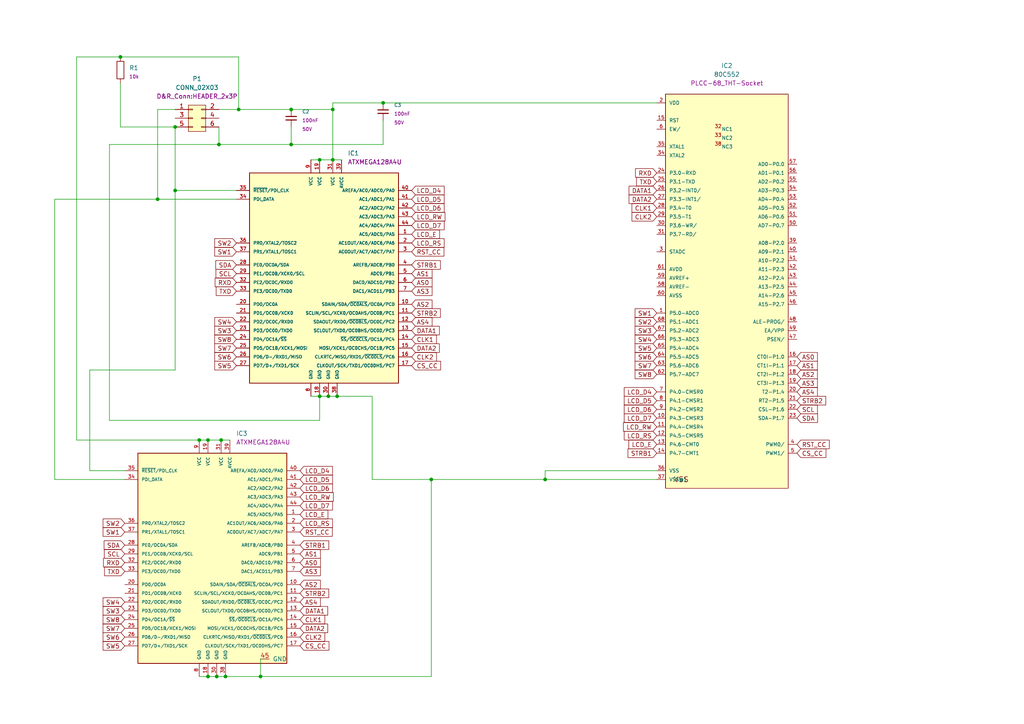
<source format=kicad_sch>
(kicad_sch (version 20211123) (generator eeschema)
  (paper "A4")
  (lib_symbols
    (symbol "ATXMEGA128A4U#TQFP44_1" (pin_names (offset 1.016))
      (property "Reference" "IC3" (at 6.8898 36.195 0))
      (property "Short Description" "ATXMEGA128A4U" (at 6.8898 33.655 0))
      (symbol "ATXMEGA128A4U#TQFP44_1_0_1"
        (rectangle (start -21.59 30.48) (end 21.59 -30.48) (stroke (width 0.254)) (fill (type background)))
      )
      (symbol "ATXMEGA128A4U#TQFP44_1_1_1"
        (pin bidirectional line (at 25.4 12.7 180) (length 3.81) (name "AC5/ADC5/PA5") (number "1"))
        (pin bidirectional line (at 25.4 -7.62 180) (length 3.81) (name "SDAIN/SDA/~{OC0ALS}/OC0A/PC0") (number "10"))
        (pin bidirectional line (at 25.4 -10.16 180) (length 3.81) (name "SCLIN/SCL/XCK0/OC0AHS/OC0B/PC1") (number "11"))
        (pin bidirectional line (at 25.4 -12.7 180) (length 3.81) (name "SDAOUT/RXD0/~{OC0BLS}/OC0C/PC2") (number "12"))
        (pin bidirectional line (at 25.4 -15.24 180) (length 3.81) (name "SCLOUT/TXD0/OC0BHS/OC0D/PC3") (number "13"))
        (pin bidirectional line (at 25.4 -17.78 180) (length 3.81) (name "~{SS}/~{OC0CLS}/OC1A/PC4") (number "14"))
        (pin bidirectional line (at 25.4 -20.32 180) (length 3.81) (name "MOSI/XCK1/OC0CHS/OC1B/PC5") (number "15"))
        (pin bidirectional line (at 25.4 -22.86 180) (length 3.81) (name "CLKRTC/MISO/RXD1/~{OC0DLS}/PC6") (number "16"))
        (pin bidirectional line (at 25.4 -25.4 180) (length 3.81) (name "CLKOUT/SCK/TXD1/OC0DHS/PC7") (number "17"))
        (pin power_in line (at -1.27 -34.29 90) (length 3.81) (name "GND") (number "18"))
        (pin power_in line (at -1.27 34.29 270) (length 3.81) (name "VCC") (number "19"))
        (pin bidirectional line (at 25.4 10.16 180) (length 3.81) (name "AC1OUT/AC6/ADC6/PA6") (number "2"))
        (pin bidirectional line (at -25.4 -7.62 0) (length 3.81) (name "PD0/OC0A") (number "20"))
        (pin bidirectional line (at -25.4 -10.16 0) (length 3.81) (name "PD1/OC0B/XCK0") (number "21"))
        (pin bidirectional line (at -25.4 -12.7 0) (length 3.81) (name "PD2/OC0C/RXD0") (number "22"))
        (pin bidirectional line (at -25.4 -15.24 0) (length 3.81) (name "PD3/OC0D/TXD0") (number "23"))
        (pin bidirectional line (at -25.4 -17.78 0) (length 3.81) (name "PD4/OC1A/~{SS}") (number "24"))
        (pin bidirectional line (at -25.4 -20.32 0) (length 3.81) (name "PD5/OC1B/XCK1/MOSI") (number "25"))
        (pin bidirectional line (at -25.4 -22.86 0) (length 3.81) (name "PD6/D-/RXD1/MISO") (number "26"))
        (pin bidirectional line (at -25.4 -25.4 0) (length 3.81) (name "PD7/D+/TXD1/SCK") (number "27"))
        (pin bidirectional line (at -25.4 3.81 0) (length 3.81) (name "PE0/OC0A/SDA") (number "28"))
        (pin bidirectional line (at -25.4 1.27 0) (length 3.81) (name "PE1/OC0B/XCK0/SCL") (number "29"))
        (pin bidirectional line (at 25.4 7.62 180) (length 3.81) (name "AC0OUT/AC7/ADC7/PA7") (number "3"))
        (pin power_in line (at 1.27 -34.29 90) (length 3.81) (name "GND") (number "30"))
        (pin power_in line (at 2.54 34.29 270) (length 3.81) (name "VCC") (number "31"))
        (pin bidirectional line (at -25.4 -1.27 0) (length 3.81) (name "PE2/OC0C/RXD0") (number "32"))
        (pin bidirectional line (at -25.4 -3.81 0) (length 3.81) (name "PE3/OC0D/TXD0") (number "33"))
        (pin input line (at -25.4 22.86 0) (length 3.81) (name "PDI_DATA") (number "34"))
        (pin input line (at -25.4 25.4 0) (length 3.81) (name "~{RESET}/PDI_CLK") (number "35"))
        (pin bidirectional line (at -25.4 10.16 0) (length 3.81) (name "PR0/XTAL2/TOSC2") (number "36"))
        (pin bidirectional line (at -25.4 7.62 0) (length 3.81) (name "PR1/XTAL1/TOSC1") (number "37"))
        (pin power_in line (at 3.81 -34.29 90) (length 3.81) (name "GND") (number "38"))
        (pin power_in line (at 5.08 34.29 270) (length 3.81) (name "AVCC") (number "39"))
        (pin bidirectional line (at 25.4 3.81 180) (length 3.81) (name "AREFB/ADC8/PB0") (number "4"))
        (pin bidirectional line (at 25.4 25.4 180) (length 3.81) (name "AREFA/AC0/ADC0/PA0") (number "40"))
        (pin bidirectional line (at 25.4 22.86 180) (length 3.81) (name "AC1/ADC1/PA1") (number "41"))
        (pin bidirectional line (at 25.4 20.32 180) (length 3.81) (name "AC2/ADC2/PA2") (number "42"))
        (pin bidirectional line (at 25.4 17.78 180) (length 3.81) (name "AC3/ADC3/PA3") (number "43"))
        (pin bidirectional line (at 25.4 15.24 180) (length 3.81) (name "AC4/ADC4/PA4") (number "44"))
        (pin input line (at 13.97 -29.21 0) (length 2.54) (name "GND") (number "45"))
        (pin bidirectional line (at 25.4 1.27 180) (length 3.81) (name "ADC9/PB1") (number "5"))
        (pin bidirectional line (at 25.4 -1.27 180) (length 3.81) (name "DAC0/ADC10/PB2") (number "6"))
        (pin bidirectional line (at 25.4 -3.81 180) (length 3.81) (name "DAC1/ACD11/PB3") (number "7"))
        (pin power_in line (at -3.81 -34.29 90) (length 3.81) (name "GND") (number "8"))
        (pin power_in line (at -3.81 34.29 270) (length 3.81) (name "VCC") (number "9"))
      )
    )
    (symbol "D&R_Conn:CONN_02X03" (pin_names (offset 0.0254) hide)
      (property "Reference" "P" (at 0 5.08 0))
      (property "Value" "CONN_02X03" (at 0 -5.08 0))
      (property "Footprint" "D&R_Conn:HEADER_2x3P" (at 0 -30.48 0))
      (symbol "CONN_02X03_0_1"
        (rectangle (start -2.54 -2.413) (end -1.27 -2.667))
        (rectangle (start -2.54 0.127) (end -1.27 -0.127))
        (rectangle (start -2.54 2.667) (end -1.27 2.413))
        (rectangle (start -2.54 3.81) (end 2.54 -3.81) (fill (type background)))
        (rectangle (start 1.27 -2.413) (end 2.54 -2.667))
        (rectangle (start 1.27 0.127) (end 2.54 -0.127))
        (rectangle (start 1.27 2.667) (end 2.54 2.413))
      )
      (symbol "CONN_02X03_1_1"
        (pin passive line (at -6.35 2.54 0) (length 3.81) (name "P1") (number "1"))
        (pin passive line (at 6.35 2.54 180) (length 3.81) (name "P2") (number "2"))
        (pin passive line (at -6.35 0 0) (length 3.81) (name "P3") (number "3"))
        (pin passive line (at 6.35 0 180) (length 3.81) (name "P4") (number "4"))
        (pin passive line (at -6.35 -2.54 0) (length 3.81) (name "P5") (number "5"))
        (pin passive line (at 6.35 -2.54 180) (length 3.81) (name "P6") (number "6"))
      )
    )
    (symbol "D&R_IC:ATXMEGA128A4U#TQFP44" (pin_names (offset 1.016))
      (property "Reference" "IC" (at -20.32 31.75 0))
      (property "Short Description" "ATXMEGA128A4U" (at 14.478 32.512 0))
      (symbol "ATXMEGA128A4U#TQFP44_0_1"
        (rectangle (start -21.59 30.48) (end 21.59 -30.48) (stroke (width 0.254)) (fill (type background)))
      )
      (symbol "ATXMEGA128A4U#TQFP44_1_1"
        (pin bidirectional line (at 25.4 12.7 180) (length 3.81) (name "AC5/ADC5/PA5") (number "1"))
        (pin bidirectional line (at 25.4 -7.62 180) (length 3.81) (name "SDAIN/SDA/~{OC0ALS}/OC0A/PC0") (number "10"))
        (pin bidirectional line (at 25.4 -10.16 180) (length 3.81) (name "SCLIN/SCL/XCK0/OC0AHS/OC0B/PC1") (number "11"))
        (pin bidirectional line (at 25.4 -12.7 180) (length 3.81) (name "SDAOUT/RXD0/~{OC0BLS}/OC0C/PC2") (number "12"))
        (pin bidirectional line (at 25.4 -15.24 180) (length 3.81) (name "SCLOUT/TXD0/OC0BHS/OC0D/PC3") (number "13"))
        (pin bidirectional line (at 25.4 -17.78 180) (length 3.81) (name "~{SS}/~{OC0CLS}/OC1A/PC4") (number "14"))
        (pin bidirectional line (at 25.4 -20.32 180) (length 3.81) (name "MOSI/XCK1/OC0CHS/OC1B/PC5") (number "15"))
        (pin bidirectional line (at 25.4 -22.86 180) (length 3.81) (name "CLKRTC/MISO/RXD1/~{OC0DLS}/PC6") (number "16"))
        (pin bidirectional line (at 25.4 -25.4 180) (length 3.81) (name "CLKOUT/SCK/TXD1/OC0DHS/PC7") (number "17"))
        (pin power_in line (at -1.27 -34.29 90) (length 3.81) (name "GND") (number "18"))
        (pin power_in line (at -1.27 34.29 270) (length 3.81) (name "VCC") (number "19"))
        (pin bidirectional line (at 25.4 10.16 180) (length 3.81) (name "AC1OUT/AC6/ADC6/PA6") (number "2"))
        (pin bidirectional line (at -25.4 -7.62 0) (length 3.81) (name "PD0/OC0A") (number "20"))
        (pin bidirectional line (at -25.4 -10.16 0) (length 3.81) (name "PD1/OC0B/XCK0") (number "21"))
        (pin bidirectional line (at -25.4 -12.7 0) (length 3.81) (name "PD2/OC0C/RXD0") (number "22"))
        (pin bidirectional line (at -25.4 -15.24 0) (length 3.81) (name "PD3/OC0D/TXD0") (number "23"))
        (pin bidirectional line (at -25.4 -17.78 0) (length 3.81) (name "PD4/OC1A/~{SS}") (number "24"))
        (pin bidirectional line (at -25.4 -20.32 0) (length 3.81) (name "PD5/OC1B/XCK1/MOSI") (number "25"))
        (pin bidirectional line (at -25.4 -22.86 0) (length 3.81) (name "PD6/D-/RXD1/MISO") (number "26"))
        (pin bidirectional line (at -25.4 -25.4 0) (length 3.81) (name "PD7/D+/TXD1/SCK") (number "27"))
        (pin bidirectional line (at -25.4 3.81 0) (length 3.81) (name "PE0/OC0A/SDA") (number "28"))
        (pin bidirectional line (at -25.4 1.27 0) (length 3.81) (name "PE1/OC0B/XCK0/SCL") (number "29"))
        (pin bidirectional line (at 25.4 7.62 180) (length 3.81) (name "AC0OUT/AC7/ADC7/PA7") (number "3"))
        (pin power_in line (at 1.27 -34.29 90) (length 3.81) (name "GND") (number "30"))
        (pin power_in line (at 2.54 34.29 270) (length 3.81) (name "VCC") (number "31"))
        (pin bidirectional line (at -25.4 -1.27 0) (length 3.81) (name "PE2/OC0C/RXD0") (number "32"))
        (pin bidirectional line (at -25.4 -3.81 0) (length 3.81) (name "PE3/OC0D/TXD0") (number "33"))
        (pin input line (at -25.4 22.86 0) (length 3.81) (name "PDI_DATA") (number "34"))
        (pin input line (at -25.4 25.4 0) (length 3.81) (name "~{RESET}/PDI_CLK") (number "35"))
        (pin bidirectional line (at -25.4 10.16 0) (length 3.81) (name "PR0/XTAL2/TOSC2") (number "36"))
        (pin bidirectional line (at -25.4 7.62 0) (length 3.81) (name "PR1/XTAL1/TOSC1") (number "37"))
        (pin power_in line (at 3.81 -34.29 90) (length 3.81) (name "GND") (number "38"))
        (pin power_in line (at 5.08 34.29 270) (length 3.81) (name "AVCC") (number "39"))
        (pin bidirectional line (at 25.4 3.81 180) (length 3.81) (name "AREFB/ADC8/PB0") (number "4"))
        (pin bidirectional line (at 25.4 25.4 180) (length 3.81) (name "AREFA/AC0/ADC0/PA0") (number "40"))
        (pin bidirectional line (at 25.4 22.86 180) (length 3.81) (name "AC1/ADC1/PA1") (number "41"))
        (pin bidirectional line (at 25.4 20.32 180) (length 3.81) (name "AC2/ADC2/PA2") (number "42"))
        (pin bidirectional line (at 25.4 17.78 180) (length 3.81) (name "AC3/ADC3/PA3") (number "43"))
        (pin bidirectional line (at 25.4 15.24 180) (length 3.81) (name "AC4/ADC4/PA4") (number "44"))
        (pin bidirectional line (at 25.4 1.27 180) (length 3.81) (name "ADC9/PB1") (number "5"))
        (pin bidirectional line (at 25.4 -1.27 180) (length 3.81) (name "DAC0/ADC10/PB2") (number "6"))
        (pin bidirectional line (at 25.4 -3.81 180) (length 3.81) (name "DAC1/ACD11/PB3") (number "7"))
        (pin power_in line (at -3.81 -34.29 90) (length 3.81) (name "GND") (number "8"))
        (pin power_in line (at -3.81 34.29 270) (length 3.81) (name "VCC") (number "9"))
      )
    )
    (symbol "D&R_Passive:0R#0603" (pin_numbers hide) (pin_names (offset 1.016) hide)
      (property "Reference" "R" (at 2.032 0 90))
      (property "Component Value" "0R" (at 0 0 90))
      (symbol "0R#0603_0_1"
        (rectangle (start -1.016 2.54) (end 1.016 -2.54) (stroke (width 0.2032)))
      )
      (symbol "0R#0603_1_1"
        (pin input line (at 0 3.81 270) (length 1.27) (name "1") (number "1"))
        (pin input line (at 0 -3.81 90) (length 1.27) (name "2") (number "2"))
      )
    )
    (symbol "D&R_other:100N-X7R_50V#0603-D&R_Passive" (pin_numbers hide) (pin_names (offset 1.016) hide)
      (property "Reference" "C2" (at -2.54 1.9051 0))
      (property "Component Value" "100nF" (at -2.54 -0.6349 0))
      (property "Voltage" "50V" (at -2.54 -3.1749 0))
      (symbol "100N-X7R_50V#0603-D&R_Passive_0_1"
        (polyline (pts (xy -1.524 -0.508) (xy 1.524 -0.508)) (stroke (width 0.3048)))
        (polyline (pts (xy 1.524 0.508) (xy -1.524 0.508)) (stroke (width 0.3048)))
      )
      (symbol "100N-X7R_50V#0603-D&R_Passive_1_1"
        (pin bidirectional line (at 0 2.54 270) (length 1.905) (name "1") (number "1"))
        (pin bidirectional line (at 0 -2.54 90) (length 1.905) (name "2") (number "2"))
      )
    )
    (symbol "EESchema-LIBRARY Version 2:80C552" (pin_names (offset 1.016))
      (property "Reference" "IC?" (at 0 61.595 0))
      (property "Value" "80C552" (at 0 59.055 0))
      (symbol "80C552_0_1"
        (rectangle (start -17.78 55.88) (end 17.78 -58.42) (fill (type background)))
      )
      (symbol "80C552_1_0"
        (polyline (pts (xy -17.78 -58.42) (xy -17.78 55.88)))
        (polyline (pts (xy -17.78 55.88) (xy 17.78 55.88)))
        (polyline (pts (xy 17.78 -58.42) (xy -17.78 -58.42)))
        (polyline (pts (xy 17.78 55.88) (xy 17.78 -58.42)))
        (text "VSS" (at -13.208 -55.88 0) (effects (font (size 1.524 1.524))))
      )
      (symbol "80C552_1_1"
        (pin bidirectional line (at -20.32 -7.62 0) (length 2.54) (name "P5.0-ADC0") (number "1"))
        (pin bidirectional line (at -20.32 -38.1 0) (length 2.54) (name "P4.3-CMSR3") (number "10"))
        (pin bidirectional line (at -20.32 -40.64 0) (length 2.54) (name "P4.4-CMSR4") (number "11"))
        (pin bidirectional line (at -20.32 -43.18 0) (length 2.54) (name "P4.5-CMSR5") (number "12"))
        (pin bidirectional line (at -20.32 -45.72 0) (length 2.54) (name "P4.6-CMT0") (number "13"))
        (pin bidirectional line (at -20.32 -48.26 0) (length 2.54) (name "P4.7-CMT1") (number "14"))
        (pin bidirectional line (at -20.32 48.26 0) (length 2.54) (name "RST") (number "15"))
        (pin bidirectional line (at 20.32 -20.32 180) (length 2.54) (name "CT0I-P1.0") (number "16"))
        (pin bidirectional line (at 20.32 -22.86 180) (length 2.54) (name "CT1I-P1.1") (number "17"))
        (pin bidirectional line (at 20.32 -25.4 180) (length 2.54) (name "CT2I-P1.2") (number "18"))
        (pin bidirectional line (at 20.32 -27.94 180) (length 2.54) (name "CT3I-P1.3") (number "19"))
        (pin power_in line (at -20.32 53.34 0) (length 2.54) (name "VDD") (number "2"))
        (pin bidirectional line (at 20.32 -30.48 180) (length 2.54) (name "T2-P1.4") (number "20"))
        (pin bidirectional line (at 20.32 -33.02 180) (length 2.54) (name "RT2-P1.5") (number "21"))
        (pin bidirectional line (at 20.32 -35.56 180) (length 2.54) (name "CSL-P1.6") (number "22"))
        (pin bidirectional line (at 20.32 -38.1 180) (length 2.54) (name "SDA-P1.7") (number "23"))
        (pin bidirectional line (at -20.32 33.02 0) (length 2.54) (name "P3.0-RXD") (number "24"))
        (pin bidirectional line (at -20.32 30.48 0) (length 2.54) (name "P3.1-TXD") (number "25"))
        (pin bidirectional line (at -20.32 27.94 0) (length 2.54) (name "P3.2-INT0/") (number "26"))
        (pin bidirectional line (at -20.32 25.4 0) (length 2.54) (name "P3.3-INT1/") (number "27"))
        (pin bidirectional line (at -20.32 22.86 0) (length 2.54) (name "P3.4-T0") (number "28"))
        (pin bidirectional line (at -20.32 20.32 0) (length 2.54) (name "P3.5-T1") (number "29"))
        (pin input line (at -20.32 10.16 0) (length 2.54) (name "STADC") (number "3"))
        (pin bidirectional line (at -20.32 17.78 0) (length 2.54) (name "P3.6-WR/") (number "30"))
        (pin bidirectional line (at -20.32 15.24 0) (length 2.54) (name "P3.7-RD/") (number "31"))
        (pin unspecified line (at -2.54 45.72 0) (length 0) (name "NC1") (number "32"))
        (pin unspecified line (at -2.54 43.18 0) (length 0) (name "NC2") (number "33"))
        (pin output line (at -20.32 38.1 0) (length 2.54) (name "XTAL2") (number "34"))
        (pin input line (at -20.32 40.64 0) (length 2.54) (name "XTAL1") (number "35"))
        (pin power_in line (at -20.32 -53.34 0) (length 2.54) (name "VSS") (number "36"))
        (pin power_in line (at -20.32 -55.88 0) (length 2.54) (name "VSS@1") (number "37"))
        (pin unspecified line (at -2.54 40.64 0) (length 0) (name "NC3") (number "38"))
        (pin bidirectional line (at 20.32 12.7 180) (length 2.54) (name "A08-P2.0") (number "39"))
        (pin output line (at 20.32 -45.72 180) (length 2.54) (name "PWM0/") (number "4"))
        (pin bidirectional line (at 20.32 10.16 180) (length 2.54) (name "A09-P2.1") (number "40"))
        (pin bidirectional line (at 20.32 7.62 180) (length 2.54) (name "A10-P2.2") (number "41"))
        (pin bidirectional line (at 20.32 5.08 180) (length 2.54) (name "A11-P2.3") (number "42"))
        (pin bidirectional line (at 20.32 2.54 180) (length 2.54) (name "A12-P2.4") (number "43"))
        (pin bidirectional line (at 20.32 0 180) (length 2.54) (name "A13-P2.5") (number "44"))
        (pin bidirectional line (at 20.32 -2.54 180) (length 2.54) (name "A14-P2.6") (number "45"))
        (pin bidirectional line (at 20.32 -5.08 180) (length 2.54) (name "A15-P2.7") (number "46"))
        (pin output line (at 20.32 -15.24 180) (length 2.54) (name "PSEN/") (number "47"))
        (pin output line (at 20.32 -10.16 180) (length 2.54) (name "ALE-PROG/") (number "48"))
        (pin input line (at 20.32 -12.7 180) (length 2.54) (name "EA/VPP") (number "49"))
        (pin output line (at 20.32 -48.26 180) (length 2.54) (name "PWM1/") (number "5"))
        (pin bidirectional line (at 20.32 17.78 180) (length 2.54) (name "AD7-P0.7") (number "50"))
        (pin bidirectional line (at 20.32 20.32 180) (length 2.54) (name "AD6-P0.6") (number "51"))
        (pin bidirectional line (at 20.32 22.86 180) (length 2.54) (name "AD5-P0.5") (number "52"))
        (pin bidirectional line (at 20.32 25.4 180) (length 2.54) (name "AD4-P0.4") (number "53"))
        (pin bidirectional line (at 20.32 27.94 180) (length 2.54) (name "AD3-P0.3") (number "54"))
        (pin bidirectional line (at 20.32 30.48 180) (length 2.54) (name "AD2-P0.2") (number "55"))
        (pin bidirectional line (at 20.32 33.02 180) (length 2.54) (name "AD1-P0.1") (number "56"))
        (pin bidirectional line (at 20.32 35.56 180) (length 2.54) (name "AD0-P0.0") (number "57"))
        (pin input line (at -20.32 0 0) (length 2.54) (name "AVREF-") (number "58"))
        (pin input line (at -20.32 2.54 0) (length 2.54) (name "AVREF+") (number "59"))
        (pin input line (at -20.32 45.72 0) (length 2.54) (name "EW/") (number "6"))
        (pin input line (at -20.32 -2.54 0) (length 2.54) (name "AVSS") (number "60"))
        (pin input line (at -20.32 5.08 0) (length 2.54) (name "AVDD") (number "61"))
        (pin bidirectional line (at -20.32 -25.4 0) (length 2.54) (name "P5.7-ADC7") (number "62"))
        (pin bidirectional line (at -20.32 -22.86 0) (length 2.54) (name "P5.6-ADC6") (number "63"))
        (pin bidirectional line (at -20.32 -20.32 0) (length 2.54) (name "P5.5-ADC5") (number "64"))
        (pin bidirectional line (at -20.32 -17.78 0) (length 2.54) (name "P5.4-ADC4") (number "65"))
        (pin bidirectional line (at -20.32 -15.24 0) (length 2.54) (name "P5.3-ADC3") (number "66"))
        (pin bidirectional line (at -20.32 -12.7 0) (length 2.54) (name "P5.2-ADC2") (number "67"))
        (pin bidirectional line (at -20.32 -10.16 0) (length 2.54) (name "P5.1-ADC1") (number "68"))
        (pin bidirectional line (at -20.32 -30.48 0) (length 2.54) (name "P4.0-CMSR0") (number "7"))
        (pin bidirectional line (at -20.32 -33.02 0) (length 2.54) (name "P4.1-CMSR1") (number "8"))
        (pin bidirectional line (at -20.32 -35.56 0) (length 2.54) (name "P4.2-CMSR2") (number "9"))
      )
    )
  )
  (junction (at 92.71 46.355))
  (junction (at 62.865 196.215))
  (junction (at 50.8 36.83))
  (junction (at 125.095 139.065))
  (junction (at 34.925 16.51))
  (junction (at 84.455 41.91))
  (junction (at 84.455 31.75))
  (junction (at 63.5 41.91))
  (junction (at 92.71 114.935))
  (junction (at 111.125 29.845))
  (junction (at 96.52 31.75))
  (junction (at 60.325 127.635))
  (junction (at 97.79 114.935))
  (junction (at 69.215 31.75))
  (junction (at 65.405 196.215))
  (junction (at 50.8 55.245))
  (junction (at 60.325 196.215))
  (junction (at 75.565 196.215))
  (junction (at 57.785 127.635))
  (junction (at 96.52 46.355))
  (junction (at 95.25 114.935))
  (junction (at 158.115 139.065))
  (junction (at 64.135 127.635))
  (junction (at 45.72 57.785))
  (wire (pts (xy 125.095 196.215) (xy 125.095 139.065)))
  (wire (pts (xy 96.52 46.355) (xy 99.06 46.355)))
  (wire (pts (xy 68.58 57.785) (xy 45.72 57.785)))
  (wire (pts (xy 90.17 46.355) (xy 92.71 46.355)))
  (wire (pts (xy 111.125 29.845) (xy 190.5 29.845)))
  (wire (pts (xy 45.72 31.75) (xy 50.8 31.75)))
  (wire (pts (xy 69.215 16.51) (xy 69.215 31.75)))
  (wire (pts (xy 34.925 36.83) (xy 50.8 36.83)))
  (wire (pts (xy 90.17 114.935) (xy 92.71 114.935)))
  (wire (pts (xy 63.5 41.91) (xy 84.455 41.91)))
  (wire (pts (xy 92.71 121.92) (xy 31.75 121.92)))
  (wire (pts (xy 97.79 114.935) (xy 107.95 114.935)))
  (wire (pts (xy 63.5 31.75) (xy 69.215 31.75)))
  (wire (pts (xy 107.95 139.065) (xy 125.095 139.065)))
  (wire (pts (xy 31.75 121.92) (xy 31.75 41.91)))
  (wire (pts (xy 50.8 107.315) (xy 26.035 107.315)))
  (wire (pts (xy 69.215 31.75) (xy 84.455 31.75)))
  (wire (pts (xy 26.035 107.315) (xy 26.035 136.525)))
  (wire (pts (xy 92.71 114.935) (xy 95.25 114.935)))
  (wire (pts (xy 75.565 196.215) (xy 125.095 196.215)))
  (wire (pts (xy 84.455 41.91) (xy 111.125 41.91)))
  (wire (pts (xy 45.72 57.785) (xy 45.72 31.75)))
  (wire (pts (xy 57.785 196.215) (xy 60.325 196.215)))
  (wire (pts (xy 158.115 136.525) (xy 190.5 136.525)))
  (wire (pts (xy 50.8 55.245) (xy 50.8 107.315)))
  (wire (pts (xy 92.71 46.355) (xy 96.52 46.355)))
  (wire (pts (xy 95.25 114.935) (xy 97.79 114.935)))
  (wire (pts (xy 107.95 114.935) (xy 107.95 139.065)))
  (wire (pts (xy 31.75 41.91) (xy 63.5 41.91)))
  (wire (pts (xy 92.71 121.92) (xy 92.71 114.935)))
  (wire (pts (xy 26.035 136.525) (xy 36.195 136.525)))
  (wire (pts (xy 50.8 55.245) (xy 50.8 36.83)))
  (wire (pts (xy 65.405 196.215) (xy 75.565 196.215)))
  (wire (pts (xy 84.455 41.91) (xy 84.455 36.83)))
  (wire (pts (xy 158.115 139.065) (xy 158.115 136.525)))
  (wire (pts (xy 34.925 16.51) (xy 22.225 16.51)))
  (wire (pts (xy 34.925 16.51) (xy 69.215 16.51)))
  (wire (pts (xy 60.325 127.635) (xy 64.135 127.635)))
  (wire (pts (xy 190.5 139.065) (xy 158.115 139.065)))
  (wire (pts (xy 34.925 24.13) (xy 34.925 36.83)))
  (wire (pts (xy 22.225 16.51) (xy 22.225 127.635)))
  (wire (pts (xy 63.5 36.83) (xy 63.5 41.91)))
  (wire (pts (xy 96.52 46.355) (xy 96.52 31.75)))
  (wire (pts (xy 125.095 139.065) (xy 158.115 139.065)))
  (wire (pts (xy 111.125 41.91) (xy 111.125 34.925)))
  (wire (pts (xy 96.52 29.845) (xy 111.125 29.845)))
  (wire (pts (xy 62.865 196.215) (xy 65.405 196.215)))
  (wire (pts (xy 15.875 139.065) (xy 36.195 139.065)))
  (wire (pts (xy 45.72 57.785) (xy 15.875 57.785)))
  (wire (pts (xy 75.565 191.135) (xy 75.565 196.215)))
  (wire (pts (xy 22.225 127.635) (xy 57.785 127.635)))
  (wire (pts (xy 84.455 31.75) (xy 96.52 31.75)))
  (wire (pts (xy 60.325 196.215) (xy 62.865 196.215)))
  (wire (pts (xy 64.135 127.635) (xy 66.675 127.635)))
  (wire (pts (xy 96.52 31.75) (xy 96.52 29.845)))
  (wire (pts (xy 57.785 127.635) (xy 60.325 127.635)))
  (wire (pts (xy 15.875 57.785) (xy 15.875 139.065)))
  (wire (pts (xy 68.58 55.245) (xy 50.8 55.245)))
  (global_label "STRB1" (shape input) (at 86.995 158.115 0) (property "Intersheet References" "${INTERSHEET_REFS}" (effects hide)))
  (global_label "AS3" (shape input) (at 231.14 111.125 0) (property "Intersheet References" "${INTERSHEET_REFS}" (effects hide)))
  (global_label "SW5" (shape input) (at 190.5 100.965 180) (property "Intersheet References" "${INTERSHEET_REFS}" (effects hide)))
  (global_label "CLK1" (shape input) (at 86.995 179.705 0) (property "Intersheet References" "${INTERSHEET_REFS}" (effects hide)))
  (global_label "STRB1" (shape input) (at 119.38 76.835 0) (property "Intersheet References" "${INTERSHEET_REFS}" (effects hide)))
  (global_label "CS_CC" (shape input) (at 86.995 187.325 0) (property "Intersheet References" "${INTERSHEET_REFS}" (effects hide)))
  (global_label "AS2" (shape input) (at 231.14 108.585 0) (property "Intersheet References" "${INTERSHEET_REFS}" (effects hide)))
  (global_label "TXD" (shape input) (at 36.195 165.735 180) (property "Intersheet References" "${INTERSHEET_REFS}" (effects hide)))
  (global_label "SW4" (shape input) (at 190.5 98.425 180) (property "Intersheet References" "${INTERSHEET_REFS}" (effects hide)))
  (global_label "SW5" (shape input) (at 68.58 106.045 180) (property "Intersheet References" "${INTERSHEET_REFS}" (effects hide)))
  (global_label "LCD_RW" (shape input) (at 190.5 123.825 180) (property "Intersheet References" "${INTERSHEET_REFS}" (effects hide)))
  (global_label "SCL" (shape input) (at 68.58 79.375 180) (property "Intersheet References" "${INTERSHEET_REFS}" (effects hide)))
  (global_label "LCD_D4" (shape input) (at 119.38 55.245 0) (property "Intersheet References" "${INTERSHEET_REFS}" (effects hide)))
  (global_label "RST_CC" (shape input) (at 86.995 154.305 0) (property "Intersheet References" "${INTERSHEET_REFS}" (effects hide)))
  (global_label "AS2" (shape input) (at 119.38 88.265 0) (property "Intersheet References" "${INTERSHEET_REFS}" (effects hide)))
  (global_label "STRB2" (shape input) (at 86.995 172.085 0) (property "Intersheet References" "${INTERSHEET_REFS}" (effects hide)))
  (global_label "LCD_D5" (shape input) (at 86.995 139.065 0) (property "Intersheet References" "${INTERSHEET_REFS}" (effects hide)))
  (global_label "SW6" (shape input) (at 36.195 184.785 180) (property "Intersheet References" "${INTERSHEET_REFS}" (effects hide)))
  (global_label "DATA1" (shape input) (at 190.5 55.245 180) (property "Intersheet References" "${INTERSHEET_REFS}" (effects hide)))
  (global_label "LCD_D5" (shape input) (at 119.38 57.785 0) (property "Intersheet References" "${INTERSHEET_REFS}" (effects hide)))
  (global_label "SW6" (shape input) (at 190.5 103.505 180) (property "Intersheet References" "${INTERSHEET_REFS}" (effects hide)))
  (global_label "CS_CC" (shape input) (at 119.38 106.045 0) (property "Intersheet References" "${INTERSHEET_REFS}" (effects hide)))
  (global_label "AS4" (shape input) (at 231.14 113.665 0) (property "Intersheet References" "${INTERSHEET_REFS}" (effects hide)))
  (global_label "LCD_D7" (shape input) (at 86.995 146.685 0) (property "Intersheet References" "${INTERSHEET_REFS}" (effects hide)))
  (global_label "SW8" (shape input) (at 190.5 108.585 180) (property "Intersheet References" "${INTERSHEET_REFS}" (effects hide)))
  (global_label "SW4" (shape input) (at 36.195 174.625 180) (property "Intersheet References" "${INTERSHEET_REFS}" (effects hide)))
  (global_label "DATA2" (shape input) (at 190.5 57.785 180) (property "Intersheet References" "${INTERSHEET_REFS}" (effects hide)))
  (global_label "AS1" (shape input) (at 86.995 160.655 0) (property "Intersheet References" "${INTERSHEET_REFS}" (effects hide)))
  (global_label "DATA2" (shape input) (at 119.38 100.965 0) (property "Intersheet References" "${INTERSHEET_REFS}" (effects hide)))
  (global_label "SW1" (shape input) (at 68.58 73.025 180) (property "Intersheet References" "${INTERSHEET_REFS}" (effects hide)))
  (global_label "AS1" (shape input) (at 231.14 106.045 0) (property "Intersheet References" "${INTERSHEET_REFS}" (effects hide)))
  (global_label "SW1" (shape input) (at 36.195 154.305 180) (property "Intersheet References" "${INTERSHEET_REFS}" (effects hide)))
  (global_label "AS3" (shape input) (at 119.38 84.455 0) (property "Intersheet References" "${INTERSHEET_REFS}" (effects hide)))
  (global_label "LCD_D4" (shape input) (at 86.995 136.525 0) (property "Intersheet References" "${INTERSHEET_REFS}" (effects hide)))
  (global_label "LCD_RS" (shape input) (at 119.38 70.485 0) (property "Intersheet References" "${INTERSHEET_REFS}" (effects hide)))
  (global_label "SW3" (shape input) (at 190.5 95.885 180) (property "Intersheet References" "${INTERSHEET_REFS}" (effects hide)))
  (global_label "CS_CC" (shape input) (at 231.14 131.445 0) (property "Intersheet References" "${INTERSHEET_REFS}" (effects hide)))
  (global_label "RXD" (shape input) (at 190.5 50.165 180) (property "Intersheet References" "${INTERSHEET_REFS}" (effects hide)))
  (global_label "AS4" (shape input) (at 119.38 93.345 0) (property "Intersheet References" "${INTERSHEET_REFS}" (effects hide)))
  (global_label "SW2" (shape input) (at 190.5 93.345 180) (property "Intersheet References" "${INTERSHEET_REFS}" (effects hide)))
  (global_label "AS0" (shape input) (at 231.14 103.505 0) (property "Intersheet References" "${INTERSHEET_REFS}" (effects hide)))
  (global_label "LCD_E" (shape input) (at 190.5 128.905 180) (property "Intersheet References" "${INTERSHEET_REFS}" (effects hide)))
  (global_label "SW3" (shape input) (at 68.58 95.885 180) (property "Intersheet References" "${INTERSHEET_REFS}" (effects hide)))
  (global_label "TXD" (shape input) (at 68.58 84.455 180) (property "Intersheet References" "${INTERSHEET_REFS}" (effects hide)))
  (global_label "DATA2" (shape input) (at 86.995 182.245 0) (property "Intersheet References" "${INTERSHEET_REFS}" (effects hide)))
  (global_label "SW5" (shape input) (at 36.195 187.325 180) (property "Intersheet References" "${INTERSHEET_REFS}" (effects hide)))
  (global_label "SW6" (shape input) (at 68.58 103.505 180) (property "Intersheet References" "${INTERSHEET_REFS}" (effects hide)))
  (global_label "LCD_D4" (shape input) (at 190.5 113.665 180) (property "Intersheet References" "${INTERSHEET_REFS}" (effects hide)))
  (global_label "SW2" (shape input) (at 68.58 70.485 180) (property "Intersheet References" "${INTERSHEET_REFS}" (effects hide)))
  (global_label "SW4" (shape input) (at 68.58 93.345 180) (property "Intersheet References" "${INTERSHEET_REFS}" (effects hide)))
  (global_label "LCD_D7" (shape input) (at 190.5 121.285 180) (property "Intersheet References" "${INTERSHEET_REFS}" (effects hide)))
  (global_label "AS1" (shape input) (at 119.38 79.375 0) (property "Intersheet References" "${INTERSHEET_REFS}" (effects hide)))
  (global_label "SCL" (shape input) (at 36.195 160.655 180) (property "Intersheet References" "${INTERSHEET_REFS}" (effects hide)))
  (global_label "TXD" (shape input) (at 190.5 52.705 180) (property "Intersheet References" "${INTERSHEET_REFS}" (effects hide)))
  (global_label "AS4" (shape input) (at 86.995 174.625 0) (property "Intersheet References" "${INTERSHEET_REFS}" (effects hide)))
  (global_label "LCD_E" (shape input) (at 86.995 149.225 0) (property "Intersheet References" "${INTERSHEET_REFS}" (effects hide)))
  (global_label "SW1" (shape input) (at 190.5 90.805 180) (property "Intersheet References" "${INTERSHEET_REFS}" (effects hide)))
  (global_label "LCD_D7" (shape input) (at 119.38 65.405 0) (property "Intersheet References" "${INTERSHEET_REFS}" (effects hide)))
  (global_label "SW2" (shape input) (at 36.195 151.765 180) (property "Intersheet References" "${INTERSHEET_REFS}" (effects hide)))
  (global_label "AS0" (shape input) (at 119.38 81.915 0) (property "Intersheet References" "${INTERSHEET_REFS}" (effects hide)))
  (global_label "SW3" (shape input) (at 36.195 177.165 180) (property "Intersheet References" "${INTERSHEET_REFS}" (effects hide)))
  (global_label "AS0" (shape input) (at 86.995 163.195 0) (property "Intersheet References" "${INTERSHEET_REFS}" (effects hide)))
  (global_label "SCL" (shape input) (at 231.14 118.745 0) (property "Intersheet References" "${INTERSHEET_REFS}" (effects hide)))
  (global_label "LCD_D6" (shape input) (at 190.5 118.745 180) (property "Intersheet References" "${INTERSHEET_REFS}" (effects hide)))
  (global_label "CLK2" (shape input) (at 86.995 184.785 0) (property "Intersheet References" "${INTERSHEET_REFS}" (effects hide)))
  (global_label "SW7" (shape input) (at 36.195 182.245 180) (property "Intersheet References" "${INTERSHEET_REFS}" (effects hide)))
  (global_label "RXD" (shape input) (at 36.195 163.195 180) (property "Intersheet References" "${INTERSHEET_REFS}" (effects hide)))
  (global_label "SDA" (shape input) (at 231.14 121.285 0) (property "Intersheet References" "${INTERSHEET_REFS}" (effects hide)))
  (global_label "CLK2" (shape input) (at 190.5 62.865 180) (property "Intersheet References" "${INTERSHEET_REFS}" (effects hide)))
  (global_label "RST_CC" (shape input) (at 231.14 128.905 0) (property "Intersheet References" "${INTERSHEET_REFS}" (effects hide)))
  (global_label "RXD" (shape input) (at 68.58 81.915 180) (property "Intersheet References" "${INTERSHEET_REFS}" (effects hide)))
  (global_label "DATA1" (shape input) (at 119.38 95.885 0) (property "Intersheet References" "${INTERSHEET_REFS}" (effects hide)))
  (global_label "AS3" (shape input) (at 86.995 165.735 0) (property "Intersheet References" "${INTERSHEET_REFS}" (effects hide)))
  (global_label "SW7" (shape input) (at 190.5 106.045 180) (property "Intersheet References" "${INTERSHEET_REFS}" (effects hide)))
  (global_label "SW7" (shape input) (at 68.58 100.965 180) (property "Intersheet References" "${INTERSHEET_REFS}" (effects hide)))
  (global_label "LCD_RW" (shape input) (at 119.38 62.865 0) (property "Intersheet References" "${INTERSHEET_REFS}" (effects hide)))
  (global_label "CLK1" (shape input) (at 190.5 60.325 180) (property "Intersheet References" "${INTERSHEET_REFS}" (effects hide)))
  (global_label "STRB2" (shape input) (at 231.14 116.205 0) (property "Intersheet References" "${INTERSHEET_REFS}" (effects hide)))
  (global_label "SDA" (shape input) (at 68.58 76.835 180) (property "Intersheet References" "${INTERSHEET_REFS}" (effects hide)))
  (global_label "SW8" (shape input) (at 36.195 179.705 180) (property "Intersheet References" "${INTERSHEET_REFS}" (effects hide)))
  (global_label "SW8" (shape input) (at 68.58 98.425 180) (property "Intersheet References" "${INTERSHEET_REFS}" (effects hide)))
  (global_label "LCD_E" (shape input) (at 119.38 67.945 0) (property "Intersheet References" "${INTERSHEET_REFS}" (effects hide)))
  (global_label "SDA" (shape input) (at 36.195 158.115 180) (property "Intersheet References" "${INTERSHEET_REFS}" (effects hide)))
  (global_label "LCD_D6" (shape input) (at 119.38 60.325 0) (property "Intersheet References" "${INTERSHEET_REFS}" (effects hide)))
  (global_label "CLK1" (shape input) (at 119.38 98.425 0) (property "Intersheet References" "${INTERSHEET_REFS}" (effects hide)))
  (global_label "LCD_RS" (shape input) (at 190.5 126.365 180) (property "Intersheet References" "${INTERSHEET_REFS}" (effects hide)))
  (global_label "LCD_D5" (shape input) (at 190.5 116.205 180) (property "Intersheet References" "${INTERSHEET_REFS}" (effects hide)))
  (global_label "RST_CC" (shape input) (at 119.38 73.025 0) (property "Intersheet References" "${INTERSHEET_REFS}" (effects hide)))
  (global_label "LCD_RW" (shape input) (at 86.995 144.145 0) (property "Intersheet References" "${INTERSHEET_REFS}" (effects hide)))
  (global_label "DATA1" (shape input) (at 86.995 177.165 0) (property "Intersheet References" "${INTERSHEET_REFS}" (effects hide)))
  (global_label "AS2" (shape input) (at 86.995 169.545 0) (property "Intersheet References" "${INTERSHEET_REFS}" (effects hide)))
  (global_label "LCD_D6" (shape input) (at 86.995 141.605 0) (property "Intersheet References" "${INTERSHEET_REFS}" (effects hide)))
  (global_label "STRB2" (shape input) (at 119.38 90.805 0) (property "Intersheet References" "${INTERSHEET_REFS}" (effects hide)))
  (global_label "LCD_RS" (shape input) (at 86.995 151.765 0) (property "Intersheet References" "${INTERSHEET_REFS}" (effects hide)))
  (global_label "CLK2" (shape input) (at 119.38 103.505 0) (property "Intersheet References" "${INTERSHEET_REFS}" (effects hide)))
  (global_label "STRB1" (shape input) (at 190.5 131.445 180) (property "Intersheet References" "${INTERSHEET_REFS}" (effects hide)))
  (symbol (lib_id "D&R_other:100N-X7R_50V#0603-D&R_Passive") (at 111.125 32.385 0) (unit 1)
    (property "Reference" "C3" (at 114.3 30.4799 0) (effects (font (size 0.9906 0.9906)) (justify left)))
    (property "Value" "100N-X7R_50V#0603-D&R_Passive" (effects hide))
    (property "Footprint" "D&R_Passive:C_0603" (effects hide))
    (property "D&R" "10402242" (effects hide))
    (property "Feeder Width" "8mm" (effects hide))
    (property "Component Value" "100nF" (at 114.3 33.0199 0) (effects (font (size 0.9906 0.9906)) (justify left)))
    (property "Voltage" "50V" (at 114.3 35.5599 0) (effects (font (size 0.9906 0.9906)) (justify left)))
    (property "Assembly Option" "SMT" (effects hide))
  )
  (symbol (lib_name "ATXMEGA128A4U#TQFP44_1") (lib_id "D&R_IC:ATXMEGA128A4U#TQFP44") (at 61.595 161.925 0) (unit 1)
    (property "Reference" "IC3" (at 68.4848 125.73 0) (effects (justify left)))
    (property "Value" "ATXMEGA128A4U#TQFP44" (effects hide))
    (property "Footprint" "Package_qfn:QFN50P700X700X100-45N" (effects hide))
    (property "Datasheet" "http://www.atmel.com/images/Atmel-8387-8-and16-bit-AVR-Microcontroller-XMEGA-A4U_Datasheet.pdf" (effects hide))
    (property "D&R" "10250507" (effects hide))
    (property "Feeder Width" "Tray" (effects hide))
    (property "Assembly Option" "SMT" (effects hide))
    (property "Short Description" "ATXMEGA128A4U" (at 68.4848 128.27 0) (effects (justify left)))
    (property "manf#" "ATxmega128A4U-AU" (effects hide))
    (property "man" "ATMEL" (effects hide))
  )
  (symbol (lib_id "D&R_Conn:CONN_02X03") (at 57.15 34.29 0) (unit 1)
    (property "Reference" "P1" (at 57.15 22.86 0))
    (property "Value" "CONN_02X03" (at 57.15 25.4 0))
    (property "Footprint" "D&R_Conn:HEADER_2x3P" (at 57.15 27.94 0))
  )
  (symbol (lib_id "D&R_IC:ATXMEGA128A4U#TQFP44") (at 93.98 80.645 0) (unit 1)
    (property "Reference" "IC1" (at 100.8698 44.45 0) (effects (justify left)))
    (property "Value" "ATXMEGA128A4U#TQFP44" (effects hide))
    (property "Footprint" "D&R_IC:TQFP-44_10x10mm_Pitch0.8mm" (effects hide))
    (property "Datasheet" "http://www.atmel.com/images/Atmel-8387-8-and16-bit-AVR-Microcontroller-XMEGA-A4U_Datasheet.pdf" (effects hide))
    (property "D&R" "10250507" (effects hide))
    (property "Feeder Width" "Tray" (effects hide))
    (property "Assembly Option" "SMT" (effects hide))
    (property "Short Description" "ATXMEGA128A4U" (at 100.8698 46.99 0) (effects (justify left)))
    (property "manf#" "ATxmega128A4U-AU" (effects hide))
    (property "man" "ATMEL" (effects hide))
  )
  (symbol (lib_id "D&R_Passive:0R#0603") (at 34.925 20.32 0) (unit 1)
    (property "Reference" "R1" (at 37.465 19.6849 0) (effects (justify left)))
    (property "Value" "0R#0603" (effects hide))
    (property "Footprint" "D&R_Passive:R_0603" (effects hide))
    (property "D&R" "10352524" (effects hide))
    (property "Component Value" "10k" (at 37.465 22.2249 0) (effects (font (size 0.9906 0.9906)) (justify left)))
    (property "Feeder Width" "8mm" (effects hide))
    (property "Assembly Option" "SMT" (effects hide))
    (property "LCSC" "C21189" (effects hide))
  )
  (symbol (lib_id "D&R_other:100N-X7R_50V#0603-D&R_Passive") (at 84.455 34.29 0) (unit 1)
    (property "Reference" "C2" (at 87.63 32.3849 0) (effects (font (size 0.9906 0.9906)) (justify left)))
    (property "Value" "100N-X7R_50V#0603-D&R_Passive" (effects hide))
    (property "Footprint" "D&R_Passive:C_0603" (effects hide))
    (property "D&R" "10402242" (effects hide))
    (property "Feeder Width" "8mm" (effects hide))
    (property "Component Value" "100nF" (at 87.63 34.9249 0) (effects (font (size 0.9906 0.9906)) (justify left)))
    (property "Voltage" "50V" (at 87.63 37.4649 0) (effects (font (size 0.9906 0.9906)) (justify left)))
    (property "Assembly Option" "SMT" (effects hide))
  )
  (symbol (lib_id "EESchema-LIBRARY Version 2:80C552") (at 210.82 83.185 0) (unit 1)
    (property "Reference" "IC2" (at 210.82 19.05 0))
    (property "Value" "80C552" (at 210.82 21.59 0))
    (property "Footprint" "PLCC-68_THT-Socket" (at 210.82 24.13 0))
  )
)
</source>
